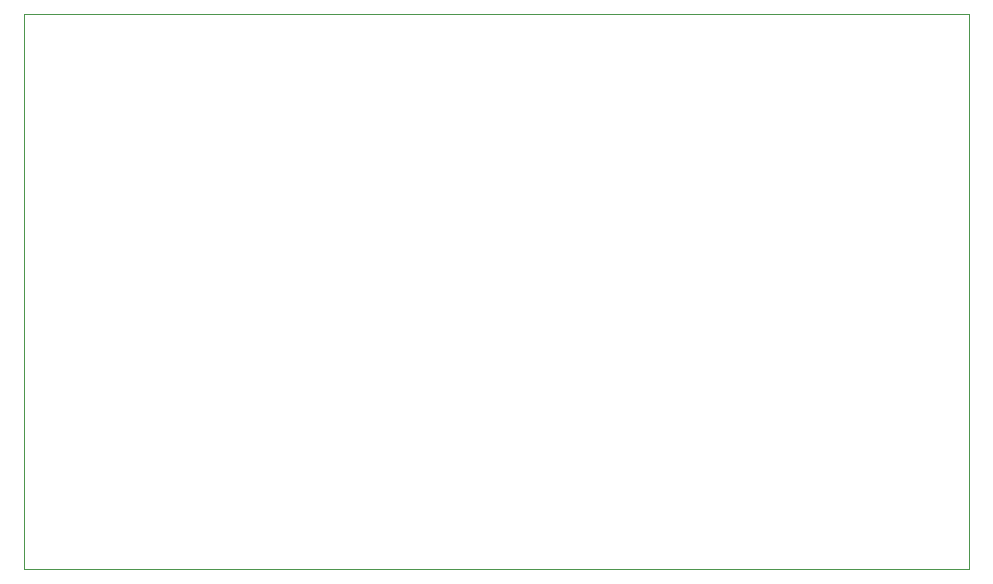
<source format=gbr>
%TF.GenerationSoftware,KiCad,Pcbnew,9.0.0*%
%TF.CreationDate,2025-07-09T11:28:47+10:00*%
%TF.ProjectId,ngmarquee.kicad_pcb_to220_1.1_m3,6e676d61-7271-4756-9565-2e6b69636164,rev?*%
%TF.SameCoordinates,Original*%
%TF.FileFunction,Profile,NP*%
%FSLAX46Y46*%
G04 Gerber Fmt 4.6, Leading zero omitted, Abs format (unit mm)*
G04 Created by KiCad (PCBNEW 9.0.0) date 2025-07-09 11:28:47*
%MOMM*%
%LPD*%
G01*
G04 APERTURE LIST*
%TA.AperFunction,Profile*%
%ADD10C,0.100000*%
%TD*%
G04 APERTURE END LIST*
D10*
X87630000Y-57150000D02*
X167640000Y-57150000D01*
X167640000Y-104140000D01*
X87630000Y-104140000D01*
X87630000Y-57150000D01*
M02*

</source>
